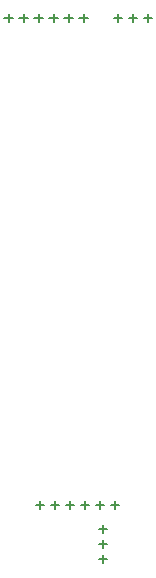
<source format=gbr>
%TF.GenerationSoftware,Altium Limited,Altium Designer,21.2.2 (38)*%
G04 Layer_Color=128*
%FSLAX45Y45*%
%MOMM*%
%TF.SameCoordinates,97337FA2-2587-4777-A85E-210607466B5F*%
%TF.FilePolarity,Positive*%
%TF.FileFunction,Drillmap*%
%TF.Part,Single*%
G01*
G75*
%TA.AperFunction,NonConductor*%
%ADD21C,0.12700*%
D21*
X1492000Y4875000D02*
X1562000D01*
X1527000Y4840000D02*
Y4910000D01*
X1238000Y4875000D02*
X1308000D01*
X1273000Y4840000D02*
Y4910000D01*
X1365000Y4875000D02*
X1435000D01*
X1400000Y4840000D02*
Y4910000D01*
X440000Y4875000D02*
X510000D01*
X475000Y4840000D02*
Y4910000D01*
X313000Y4875000D02*
X383000D01*
X348000Y4840000D02*
Y4910000D01*
X694000Y4875000D02*
X764000D01*
X729000Y4840000D02*
Y4910000D01*
X567000Y4875000D02*
X637000D01*
X602000Y4840000D02*
Y4910000D01*
X948000Y4875000D02*
X1018000D01*
X983000Y4840000D02*
Y4910000D01*
X821000Y4875000D02*
X891000D01*
X856000Y4840000D02*
Y4910000D01*
X707000Y750000D02*
X777000D01*
X742000Y715000D02*
Y785000D01*
X580000Y750000D02*
X650000D01*
X615000Y715000D02*
Y785000D01*
X961000Y750000D02*
X1031000D01*
X996000Y715000D02*
Y785000D01*
X834000Y750000D02*
X904000D01*
X869000Y715000D02*
Y785000D01*
X1215000Y750000D02*
X1285000D01*
X1250000Y715000D02*
Y785000D01*
X1088000Y750000D02*
X1158000D01*
X1123000Y715000D02*
Y785000D01*
X1114000Y293000D02*
X1184000D01*
X1149000Y258000D02*
Y328000D01*
X1114000Y547000D02*
X1184000D01*
X1149000Y512000D02*
Y582000D01*
X1114000Y420000D02*
X1184000D01*
X1149000Y385000D02*
Y455000D01*
%TF.MD5,31b06c6a7da3fa3c4f226ab3dfe40bac*%
M02*

</source>
